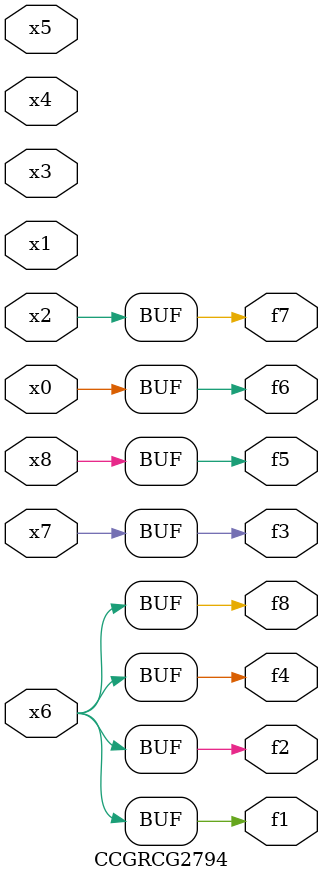
<source format=v>
module CCGRCG2794(
	input x0, x1, x2, x3, x4, x5, x6, x7, x8,
	output f1, f2, f3, f4, f5, f6, f7, f8
);
	assign f1 = x6;
	assign f2 = x6;
	assign f3 = x7;
	assign f4 = x6;
	assign f5 = x8;
	assign f6 = x0;
	assign f7 = x2;
	assign f8 = x6;
endmodule

</source>
